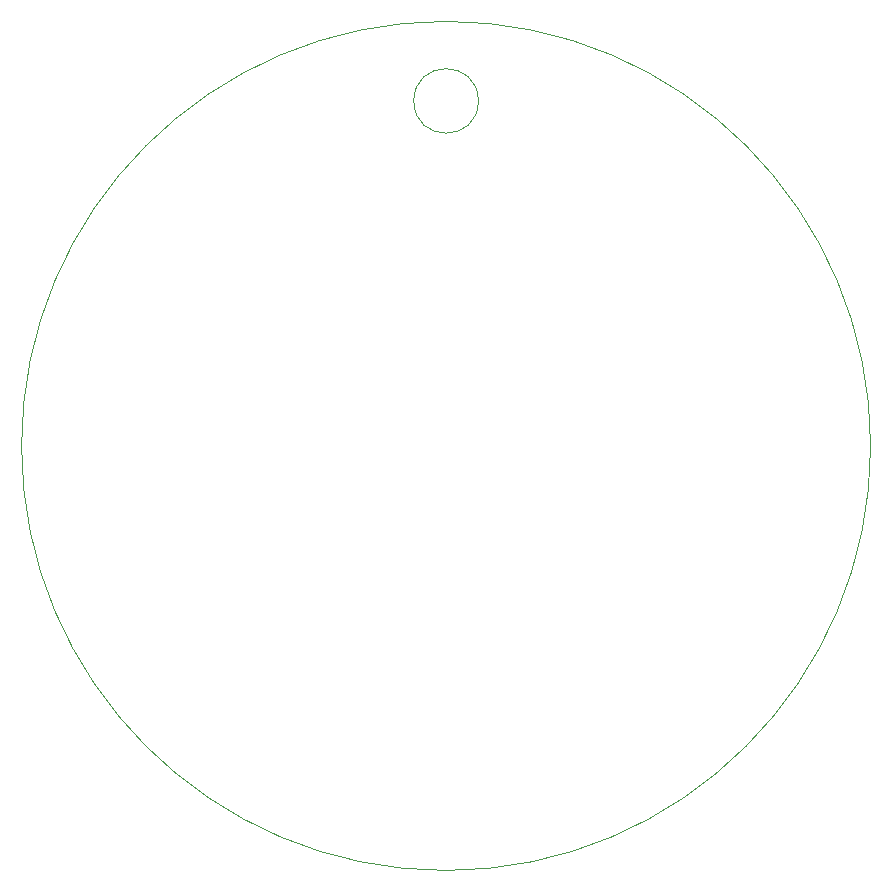
<source format=gbr>
G04 #@! TF.GenerationSoftware,KiCad,Pcbnew,(5.1.5-0)*
G04 #@! TF.CreationDate,2020-12-05T10:39:51+01:00*
G04 #@! TF.ProjectId,xmas_fablab2020,786d6173-5f66-4616-926c-616232303230,rev?*
G04 #@! TF.SameCoordinates,Original*
G04 #@! TF.FileFunction,Profile,NP*
%FSLAX46Y46*%
G04 Gerber Fmt 4.6, Leading zero omitted, Abs format (unit mm)*
G04 Created by KiCad (PCBNEW (5.1.5-0)) date 2020-12-05 10:39:51*
%MOMM*%
%LPD*%
G04 APERTURE LIST*
%ADD10C,0.050000*%
G04 APERTURE END LIST*
D10*
X139895664Y-34290000D02*
G75*
G03X139895664Y-34290000I-2735664J0D01*
G01*
X173103468Y-63500000D02*
G75*
G03X173103468Y-63500000I-35943468J0D01*
G01*
M02*

</source>
